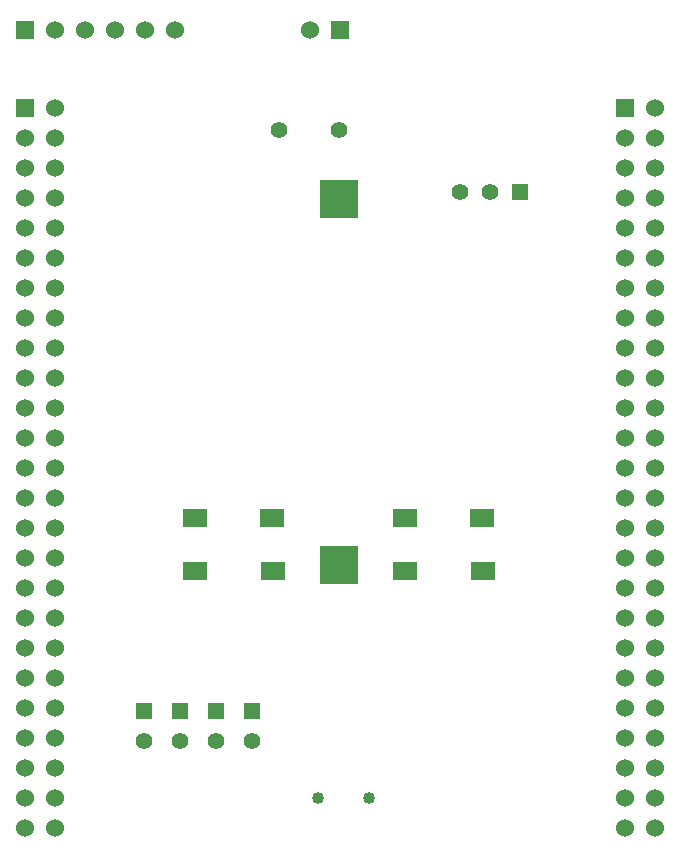
<source format=gbs>
G04 (created by PCBNEW (2013-mar-13)-testing) date Птн 14 Фев 2014 21:12:23*
%MOIN*%
G04 Gerber Fmt 3.4, Leading zero omitted, Abs format*
%FSLAX34Y34*%
G01*
G70*
G90*
G04 APERTURE LIST*
%ADD10C,0.005906*%
%ADD11R,0.129528X0.129528*%
%ADD12R,0.055000X0.055000*%
%ADD13C,0.055000*%
%ADD14R,0.060000X0.060000*%
%ADD15C,0.060000*%
%ADD16C,0.056000*%
%ADD17C,0.040000*%
%ADD18R,0.078740X0.059055*%
G04 APERTURE END LIST*
G54D10*
G54D11*
X46450Y-39853D03*
X46450Y-52046D03*
G54D12*
X39950Y-56900D03*
G54D13*
X39950Y-57900D03*
G54D12*
X41150Y-56900D03*
G54D13*
X41150Y-57900D03*
G54D12*
X42350Y-56900D03*
G54D13*
X42350Y-57900D03*
G54D12*
X43550Y-56900D03*
G54D13*
X43550Y-57900D03*
G54D12*
X52500Y-39600D03*
G54D13*
X51500Y-39600D03*
X50500Y-39600D03*
G54D14*
X36000Y-36800D03*
G54D15*
X37000Y-36800D03*
X36000Y-37800D03*
X37000Y-37800D03*
X36000Y-38800D03*
X37000Y-38800D03*
X36000Y-39800D03*
X37000Y-39800D03*
X36000Y-40800D03*
X37000Y-40800D03*
X36000Y-41800D03*
X37000Y-41800D03*
X36000Y-42800D03*
X37000Y-42800D03*
X36000Y-43800D03*
X37000Y-43800D03*
X36000Y-44800D03*
X37000Y-44800D03*
X36000Y-45800D03*
X37000Y-45800D03*
X36000Y-46800D03*
X37000Y-46800D03*
X36000Y-47800D03*
X37000Y-47800D03*
X36000Y-48800D03*
X37000Y-48800D03*
X36000Y-49800D03*
X37000Y-49800D03*
X36000Y-50800D03*
X37000Y-50800D03*
X36000Y-51800D03*
X37000Y-51800D03*
X36000Y-52800D03*
X37000Y-52800D03*
X36000Y-53800D03*
X37000Y-53800D03*
X36000Y-54800D03*
X37000Y-54800D03*
X36000Y-55800D03*
X37000Y-55800D03*
X36000Y-56800D03*
X37000Y-56800D03*
X36000Y-57800D03*
X37000Y-57800D03*
X36000Y-58800D03*
X37000Y-58800D03*
X36000Y-59800D03*
X37000Y-59800D03*
X36000Y-60800D03*
X37000Y-60800D03*
G54D14*
X56000Y-36800D03*
G54D15*
X57000Y-36800D03*
X56000Y-37800D03*
X57000Y-37800D03*
X56000Y-38800D03*
X57000Y-38800D03*
X56000Y-39800D03*
X57000Y-39800D03*
X56000Y-40800D03*
X57000Y-40800D03*
X56000Y-41800D03*
X57000Y-41800D03*
X56000Y-42800D03*
X57000Y-42800D03*
X56000Y-43800D03*
X57000Y-43800D03*
X56000Y-44800D03*
X57000Y-44800D03*
X56000Y-45800D03*
X57000Y-45800D03*
X56000Y-46800D03*
X57000Y-46800D03*
X56000Y-47800D03*
X57000Y-47800D03*
X56000Y-48800D03*
X57000Y-48800D03*
X56000Y-49800D03*
X57000Y-49800D03*
X56000Y-50800D03*
X57000Y-50800D03*
X56000Y-51800D03*
X57000Y-51800D03*
X56000Y-52800D03*
X57000Y-52800D03*
X56000Y-53800D03*
X57000Y-53800D03*
X56000Y-54800D03*
X57000Y-54800D03*
X56000Y-55800D03*
X57000Y-55800D03*
X56000Y-56800D03*
X57000Y-56800D03*
X56000Y-57800D03*
X57000Y-57800D03*
X56000Y-58800D03*
X57000Y-58800D03*
X56000Y-59800D03*
X57000Y-59800D03*
X56000Y-60800D03*
X57000Y-60800D03*
G54D14*
X46500Y-34200D03*
G54D15*
X45500Y-34200D03*
G54D14*
X36000Y-34200D03*
G54D15*
X37000Y-34200D03*
X38000Y-34200D03*
X39000Y-34200D03*
X40000Y-34200D03*
X41000Y-34200D03*
G54D16*
X44450Y-37550D03*
X46450Y-37550D03*
G54D17*
X45750Y-59800D03*
X47450Y-59800D03*
G54D18*
X48670Y-50464D03*
X51229Y-50464D03*
X51268Y-52235D03*
X48670Y-52235D03*
X41670Y-50464D03*
X44229Y-50464D03*
X44268Y-52235D03*
X41670Y-52235D03*
M02*

</source>
